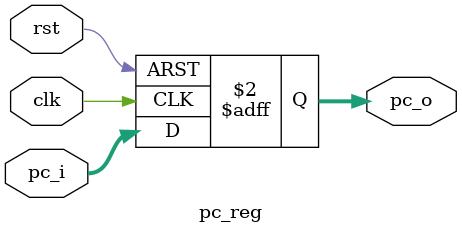
<source format=v>
module pc_reg (
    //system signals
    input                       clk,
    input                       rst,
    input               [31:0]  pc_i,//跳转的指令地址
    output      reg     [31:0]  pc_o//目前的指令地址
);

    always @(posedge clk or posedge rst) begin
        if(rst)begin
            pc_o <= 31'h0;
        end
        else begin
            pc_o <= pc_i;
        end
    end
endmodule

</source>
